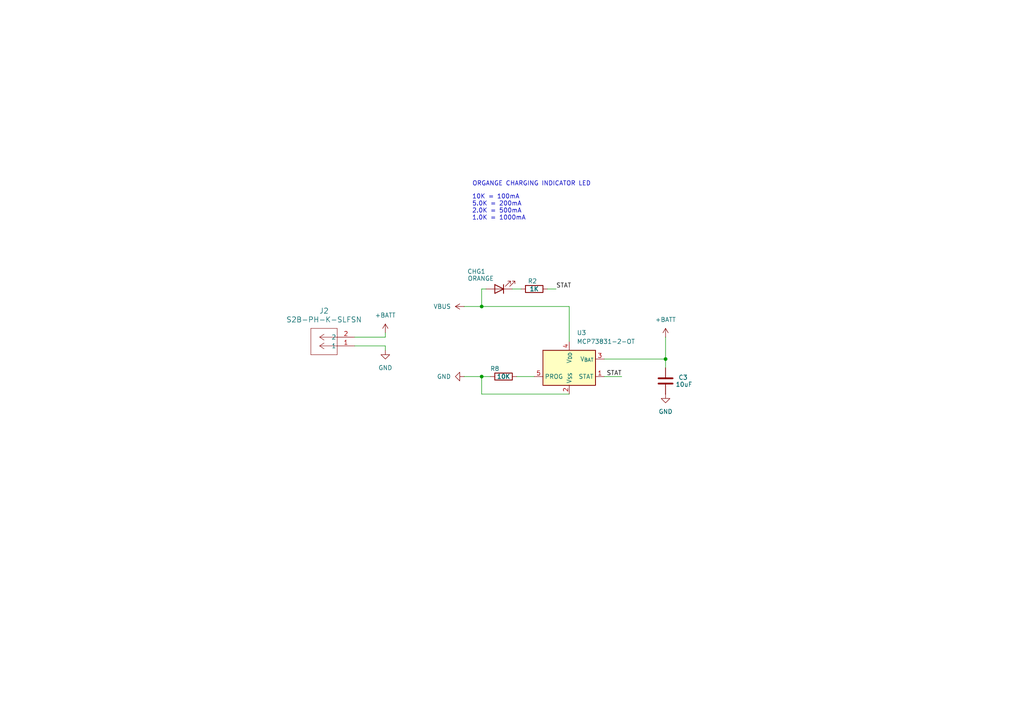
<source format=kicad_sch>
(kicad_sch (version 20231120) (generator "eeschema") (generator_version "8.0")
  (paper "A4")
  (title_block (title "Power - Battery Charing") (rev "0.1") (company "catbranchman") (comment 1 "Electrical Engineering Department") (comment 2 "EE 156 / Stanford University") (comment 3 "Flight Club, W6YX, Endurance"))
  (lib_symbols
    (symbol "Battery_Management:MCP73831-2-OT"
      (property "Reference" "U" (at -7.62 6.35 0))
      (property "Value" "MCP73831-2-OT" (at 1.27 6.35 0))
      (symbol "MCP73831-2-OT_0_1"
        (rectangle (start -7.62 5.08) (end 7.62 -5.08) (stroke (width 0.254)) (fill (type background)))
      )
      (symbol "MCP73831-2-OT_1_1"
        (pin tri_state line (at 10.16 -2.54 180) (length 2.54) (name "STAT") (number "1"))
        (pin power_in line (at 0 -7.62 90) (length 2.54) (name "V_{SS}") (number "2"))
        (pin power_out line (at 10.16 2.54 180) (length 2.54) (name "V_{BAT}") (number "3"))
        (pin power_in line (at 0 7.62 270) (length 2.54) (name "V_{DD}") (number "4"))
        (pin input line (at -10.16 -2.54 0) (length 2.54) (name "PROG") (number "5"))
      )
    )
    (symbol "Device:C" (pin_numbers hide) (pin_names (offset 0.254))
      (property "Reference" "C" (at 0.635 2.54 0))
      (property "Value" "C" (at 0.635 -2.54 0))
      (symbol "C_0_1"
        (polyline (pts (xy -2.032 -0.762) (xy 2.032 -0.762)) (stroke (width 0.508)))
        (polyline (pts (xy -2.032 0.762) (xy 2.032 0.762)) (stroke (width 0.508)))
      )
      (symbol "C_1_1"
        (pin passive line (at 0 3.81 270) (length 2.794) (name "~") (number "1"))
        (pin passive line (at 0 -3.81 90) (length 2.794) (name "~") (number "2"))
      )
    )
    (symbol "Device:LED" (pin_numbers hide) (pin_names (offset 1.016) hide)
      (property "Reference" "D" (at 0 2.54 0))
      (property "Value" "LED" (at 0 -2.54 0))
      (symbol "LED_0_1"
        (polyline (pts (xy -1.27 -1.27) (xy -1.27 1.27)) (stroke (width 0.254)))
        (polyline (pts (xy -1.27 0) (xy 1.27 0)))
        (polyline (pts (xy 1.27 -1.27) (xy 1.27 1.27) (xy -1.27 0) (xy 1.27 -1.27)) (stroke (width 0.254)))
        (polyline (pts (xy -3.048 -0.762) (xy -4.572 -2.286) (xy -3.81 -2.286) (xy -4.572 -2.286) (xy -4.572 -1.524)))
        (polyline (pts (xy -1.778 -0.762) (xy -3.302 -2.286) (xy -2.54 -2.286) (xy -3.302 -2.286) (xy -3.302 -1.524)))
      )
      (symbol "LED_1_1"
        (pin passive line (at -3.81 0 0) (length 2.54) (name "K") (number "1"))
        (pin passive line (at 3.81 0 180) (length 2.54) (name "A") (number "2"))
      )
    )
    (symbol "Device:R" (pin_numbers hide) (pin_names (offset 0))
      (property "Reference" "R" (at 2.032 0 90))
      (property "Value" "R" (at 0 0 90))
      (symbol "R_0_1"
        (rectangle (start -1.016 -2.54) (end 1.016 2.54) (stroke (width 0.254)))
      )
      (symbol "R_1_1"
        (pin passive line (at 0 3.81 270) (length 1.27) (name "~") (number "1"))
        (pin passive line (at 0 -3.81 90) (length 1.27) (name "~") (number "2"))
      )
    )
    (symbol "_JST-PH:S2B-PH-K-SLFSN" (pin_names (offset 0.254))
      (property "Reference" "J" (at 8.89 6.35 0))
      (property "Value" "S2B-PH-K-SLFSN" (at 0 0 0))
      (symbol "S2B-PH-K-SLFSN_1_1"
        (polyline (pts (xy 5.08 -5.08) (xy 12.7 -5.08)) (stroke (width 0.127)))
        (polyline (pts (xy 5.08 2.54) (xy 5.08 -5.08)) (stroke (width 0.127)))
        (polyline (pts (xy 10.16 -2.54) (xy 5.08 -2.54)) (stroke (width 0.127)))
        (polyline (pts (xy 10.16 -2.54) (xy 8.89 -3.3867)) (stroke (width 0.127)))
        (polyline (pts (xy 10.16 -2.54) (xy 8.89 -1.6933)) (stroke (width 0.127)))
        (polyline (pts (xy 10.16 0) (xy 5.08 0)) (stroke (width 0.127)))
        (polyline (pts (xy 10.16 0) (xy 8.89 -0.8467)) (stroke (width 0.127)))
        (polyline (pts (xy 10.16 0) (xy 8.89 0.8467)) (stroke (width 0.127)))
        (polyline (pts (xy 12.7 -5.08) (xy 12.7 2.54)) (stroke (width 0.127)))
        (polyline (pts (xy 12.7 2.54) (xy 5.08 2.54)) (stroke (width 0.127)))
        (pin unspecified line (at 0 0 0) (length 5.08) (name "1") (number "1"))
        (pin unspecified line (at 0 -2.54 0) (length 5.08) (name "2") (number "2"))
      )
      (symbol "S2B-PH-K-SLFSN_1_2"
        (polyline (pts (xy 5.08 -5.08) (xy 12.7 -5.08)) (stroke (width 0.127)))
        (polyline (pts (xy 5.08 2.54) (xy 5.08 -5.08)) (stroke (width 0.127)))
        (polyline (pts (xy 7.62 -2.54) (xy 5.08 -2.54)) (stroke (width 0.127)))
        (polyline (pts (xy 7.62 -2.54) (xy 8.89 -3.3867)) (stroke (width 0.127)))
        (polyline (pts (xy 7.62 -2.54) (xy 8.89 -1.6933)) (stroke (width 0.127)))
        (polyline (pts (xy 7.62 0) (xy 5.08 0)) (stroke (width 0.127)))
        (polyline (pts (xy 7.62 0) (xy 8.89 -0.8467)) (stroke (width 0.127)))
        (polyline (pts (xy 7.62 0) (xy 8.89 0.8467)) (stroke (width 0.127)))
        (polyline (pts (xy 12.7 -5.08) (xy 12.7 2.54)) (stroke (width 0.127)))
        (polyline (pts (xy 12.7 2.54) (xy 5.08 2.54)) (stroke (width 0.127)))
        (pin unspecified line (at 0 0 0) (length 5.08) (name "1") (number "1"))
        (pin unspecified line (at 0 -2.54 0) (length 5.08) (name "2") (number "2"))
      )
    )
    (symbol "power:+BATT" (power) (pin_numbers hide) (pin_names (offset 0) hide)
      (property "Value" "+BATT" (at 0 3.556 0))
      (symbol "+BATT_0_1"
        (polyline (pts (xy -0.762 1.27) (xy 0 2.54)))
        (polyline (pts (xy 0 0) (xy 0 2.54)))
        (polyline (pts (xy 0 2.54) (xy 0.762 1.27)))
      )
      (symbol "+BATT_1_1"
        (pin power_in line (at 0 0 90) (length 0) (name "~") (number "1"))
      )
    )
    (symbol "power:GND" (power) (pin_numbers hide) (pin_names (offset 0) hide)
      (property "Value" "GND" (at 0 -3.81 0))
      (symbol "GND_0_1"
        (polyline (pts (xy 0 0) (xy 0 -1.27) (xy 1.27 -1.27) (xy 0 -2.54) (xy -1.27 -1.27) (xy 0 -1.27)))
      )
      (symbol "GND_1_1"
        (pin power_in line (at 0 0 270) (length 0) (name "~") (number "1"))
      )
    )
    (symbol "power:VBUS" (power) (pin_numbers hide) (pin_names (offset 0) hide)
      (property "Value" "VBUS" (at 0 3.556 0))
      (symbol "VBUS_0_1"
        (polyline (pts (xy -0.762 1.27) (xy 0 2.54)))
        (polyline (pts (xy 0 0) (xy 0 2.54)))
        (polyline (pts (xy 0 2.54) (xy 0.762 1.27)))
      )
      (symbol "VBUS_1_1"
        (pin power_in line (at 0 0 90) (length 0) (name "~") (number "1"))
      )
    )
  )
  (junction (at 139.7 88.9))
  (junction (at 139.7 109.22))
  (junction (at 193.04 104.14))
  (wire (pts (xy 140.97 83.82) (xy 139.7 83.82)))
  (wire (pts (xy 193.04 106.68) (xy 193.04 104.14)))
  (wire (pts (xy 149.86 109.22) (xy 154.94 109.22)))
  (wire (pts (xy 139.7 114.3) (xy 139.7 109.22)))
  (wire (pts (xy 111.76 97.79) (xy 102.87 97.79)))
  (wire (pts (xy 134.62 109.22) (xy 139.7 109.22)))
  (wire (pts (xy 139.7 83.82) (xy 139.7 88.9)))
  (wire (pts (xy 158.75 83.82) (xy 161.29 83.82)))
  (wire (pts (xy 148.59 83.82) (xy 151.13 83.82)))
  (wire (pts (xy 134.62 88.9) (xy 139.7 88.9)))
  (wire (pts (xy 111.76 100.33) (xy 111.76 101.6)))
  (wire (pts (xy 102.87 100.33) (xy 111.76 100.33)))
  (wire (pts (xy 139.7 109.22) (xy 142.24 109.22)))
  (wire (pts (xy 193.04 97.79) (xy 193.04 104.14)))
  (wire (pts (xy 175.26 104.14) (xy 193.04 104.14)))
  (wire (pts (xy 180.34 109.22) (xy 175.26 109.22)))
  (wire (pts (xy 165.1 99.06) (xy 165.1 88.9)))
  (wire (pts (xy 165.1 114.3) (xy 139.7 114.3)))
  (wire (pts (xy 111.76 96.52) (xy 111.76 97.79)))
  (wire (pts (xy 139.7 88.9) (xy 165.1 88.9)))
  (text "10K = 100mA\n5.0K = 200mA\n2.0K = 500mA\n1.0K = 1000mA" (at 136.906 60.198 0) (effects (font (size 1.27 1.27)) (justify left)))
  (text "ORGANGE CHARGING INDICATOR LED" (at 154.178 53.34 0) (effects (font (size 1.27 1.27))))
  (label "STAT" (at 180.34 109.22 180))
  (label "STAT" (at 161.29 83.82 0))
  (symbol (lib_id "_JST-PH:S2B-PH-K-SLFSN") (at 102.87 100.33 180) (unit 1)
    (property "Reference" "J2" (at 93.98 90.17 0) (effects (font (size 1.524 1.524))))
    (property "Value" "S2B-PH-K-SLFSN" (at 93.98 92.71 0) (effects (font (size 1.524 1.524))))
    (property "Footprint" "CONN_S2B-PH-K-S_JST" (effects (hide yes)))
    (property "Datasheet" "S2B-PH-K-SLFSN" (effects (hide yes)))
  )
  (symbol (lib_id "Device:C") (at 193.04 110.49 0) (unit 1)
    (property "Reference" "C3" (at 198.12 109.474 0))
    (property "Value" "10uF" (at 198.374 111.506 0))
    (property "Footprint" "Inductor_SMD:L_0805_2012Metric" (effects (hide yes)))
    (property "Datasheet" "https://mm.digikey.com/Volume0/opasdata/d220001/medias/docus/609/CL21A106K0QNNNE_Sp" (effects (hide yes)))
    (property "Description" "10 uF 10% 16V Ceramic Capacitor X5R 0805 (2012 Metric)" (effects (hide yes)))
    (property "Mfr" "Samsung Electro-Mechanics" (effects (hide yes)))
    (property "Mfr P/N" "CL21A106KOQNNNE" (effects (hide yes)))
    (property "Supplier_1" "Digikey" (effects (hide yes)))
    (property "Supplier_1 P/N" "1276-1096-1-ND" (effects (hide yes)))
    (property "Supplier_1 Unit Price" "0.10" (effects (hide yes)))
    (property "Supplier_1 Price @ Qty" "0.03130" (effects (hide yes)))
  )
  (symbol (lib_id "power:+BATT") (at 193.04 97.79 0) (unit 1)
    (property "Reference" "#PWR031" (effects (hide yes)))
    (property "Value" "+BATT" (at 193.04 92.71 0))
    (property "Description" "Power symbol creates a global label with name \"+BATT\"" (effects (hide yes)))
  )
  (symbol (lib_id "power:GND") (at 193.04 114.3 0) (unit 1)
    (property "Reference" "#PWR032" (effects (hide yes)))
    (property "Value" "GND" (at 193.04 119.38 0))
    (property "Description" "Power symbol creates a global label with name \"GND\" , ground" (effects (hide yes)))
  )
  (symbol (lib_id "Device:R") (at 146.05 109.22 270) (unit 1)
    (property "Reference" "R8" (at 143.51 106.934 90))
    (property "Value" "10K" (at 146.05 109.22 90) (effects (font (thickness 0.254) (bold yes))))
    (property "Description" "Resistor" (effects (hide yes)))
  )
  (symbol (lib_id "Device:LED") (at 144.78 83.82 180) (unit 1)
    (property "Reference" "CHG1" (at 138.176 78.74 0))
    (property "Value" "ORANGE" (at 139.446 80.772 0))
    (property "Footprint" "LED_SMD:LED_0805_2012Metric" (effects (hide yes)))
    (property "Datasheet" "https://mm.digikey.com/Volume0/opasdata/d220001/medias/docus/3656/B1701UD--20D000414U1930.pdf" (effects (hide yes)))
    (property "Description" "Light emitting diode" (effects (hide yes)))
    (property "Mfr" "Harvatek Corporation" (effects (hide yes)))
    (property "Mfr P/N" "B1701UD--20D000414U1930" (effects (hide yes)))
    (property "Supplier_1" "Digikey" (effects (hide yes)))
    (property "Supplier_1 P/N" "3147-B1701UD--20D000414U1930CT-ND" (effects (hide yes)))
    (property "Supplier_1 Unit Price" "0.10" (effects (hide yes)))
    (property "Supplier_1 Price @ Qty" "0.092" (effects (hide yes)))
  )
  (symbol (lib_id "Battery_Management:MCP73831-2-OT") (at 165.1 106.68 0) (unit 1)
    (property "Reference" "U3" (at 167.2941 96.52 0) (effects (justify left)))
    (property "Value" "MCP73831-2-OT" (at 167.2941 99.06 0) (effects (justify left)))
    (property "Footprint" "Package_TO_SOT_SMD:SOT-23-5" (effects (hide yes)))
    (property "Datasheet" "https://ww1.microchip.com/downloads/en/DeviceDoc/MCP73831-Family-Data-Sheet-DS20001984H.pdf" (effects (hide yes)))
    (property "Description" "Single cell, Li-Ion/Li-Po charge management controller, 4.20V, Tri-State Status Output, in SOT23-5 package" (effects (hide yes)))
    (property "Mfr" "Microchip Technology" (effects (hide yes)))
    (property "Mfr P/N" "MCP73831T-2ATI/OT" (effects (hide yes)))
    (property "Supplier_1" "Digikey" (effects (hide yes)))
    (property "Supplier_1 P/N" "MCP73831T-2AT|/OTCT-ND" (effects (hide yes)))
    (property "Supplier_1 Unit Price" "0.76" (effects (hide yes)))
    (property "Supplier_1 Price @ Qty" "0.6125" (effects (hide yes)))
  )
  (symbol (lib_id "power:+BATT") (at 111.76 96.52 0) (unit 1)
    (property "Reference" "#PWR034" (effects (hide yes)))
    (property "Value" "+BATT" (at 111.76 91.44 0))
    (property "Description" "Power symbol creates a global label with name \"+BATT\"" (effects (hide yes)))
  )
  (symbol (lib_id "Device:R") (at 154.94 83.82 270) (unit 1)
    (property "Reference" "R2" (at 154.432 81.534 90))
    (property "Value" "1K" (at 154.94 83.82 90) (effects (font (thickness 0.254) (bold yes))))
    (property "Footprint" "Capacitor_SMD:C_0603_1608Metric" (effects (hide yes)))
    (property "Datasheet" "https://www.vishay.com/docs/28705/mcx0x0xpro.pdf" (effects (hide yes)))
    (property "Description" "1 kOhms $1% 0.125W, 1/8W Chip Resistor 0603 (1608 Metric) Anti-Sulfur Thin Film" (effects (hide yes)))
    (property "Mfr" "Vishay Beyschlag/Draloric/BC Components" (effects (hide yes)))
    (property "Mfr P/N" "MCT06030C1001FP500" (effects (hide yes)))
    (property "Supplier_1" "Digikey" (effects (hide yes)))
    (property "Supplier_1 P/N" "MCT0603-1.00K-CFCT-ND" (effects (hide yes)))
    (property "Supplier_1 Unit Price" "0.10" (effects (hide yes)))
    (property "Supplier_1 Price @ Qty" "0.02280" (effects (hide yes)))
  )
  (symbol (lib_id "power:GND") (at 111.76 101.6 0) (unit 1)
    (property "Reference" "#PWR033" (effects (hide yes)))
    (property "Value" "GND" (at 111.76 106.68 0))
    (property "Description" "Power symbol creates a global label with name \"GND\" , ground" (effects (hide yes)))
  )
  (symbol (lib_id "power:GND") (at 134.62 109.22 270) (unit 1)
    (property "Reference" "#PWR030" (effects (hide yes)))
    (property "Value" "GND" (at 130.81 109.2199 90) (effects (justify right)))
    (property "Description" "Power symbol creates a global label with name \"GND\" , ground" (effects (hide yes)))
  )
  (symbol (lib_id "power:VBUS") (at 134.62 88.9 90) (unit 1)
    (property "Reference" "#PWR029" (effects (hide yes)))
    (property "Value" "VBUS" (at 130.81 88.8999 90) (effects (justify left)))
    (property "Description" "Power symbol creates a global label with name \"VBUS\"" (effects (hide yes)))
  )
)
</source>
